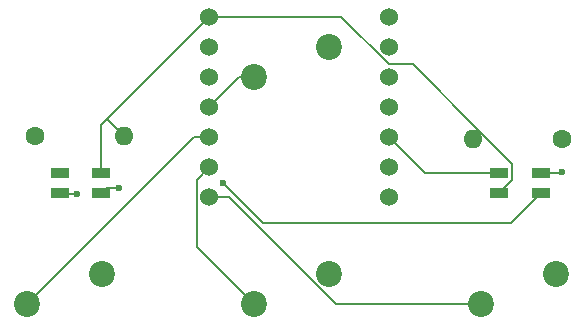
<source format=gbr>
%TF.GenerationSoftware,KiCad,Pcbnew,9.0.2*%
%TF.CreationDate,2025-06-30T20:41:04-04:00*%
%TF.ProjectId,Hackpad,4861636b-7061-4642-9e6b-696361645f70,rev?*%
%TF.SameCoordinates,Original*%
%TF.FileFunction,Copper,L1,Top*%
%TF.FilePolarity,Positive*%
%FSLAX46Y46*%
G04 Gerber Fmt 4.6, Leading zero omitted, Abs format (unit mm)*
G04 Created by KiCad (PCBNEW 9.0.2) date 2025-06-30 20:41:04*
%MOMM*%
%LPD*%
G01*
G04 APERTURE LIST*
%TA.AperFunction,SMDPad,CuDef*%
%ADD10R,1.600000X0.850000*%
%TD*%
%TA.AperFunction,ComponentPad*%
%ADD11C,1.600000*%
%TD*%
%TA.AperFunction,ComponentPad*%
%ADD12O,1.600000X1.600000*%
%TD*%
%TA.AperFunction,ComponentPad*%
%ADD13C,2.200000*%
%TD*%
%TA.AperFunction,ComponentPad*%
%ADD14C,1.524000*%
%TD*%
%TA.AperFunction,ViaPad*%
%ADD15C,0.600000*%
%TD*%
%TA.AperFunction,Conductor*%
%ADD16C,0.200000*%
%TD*%
G04 APERTURE END LIST*
D10*
%TO.P,D2,1,DOUT*%
%TO.N,Net-(D1-DIN)*%
X206385000Y-88070000D03*
%TO.P,D2,2,VSS*%
%TO.N,GND*%
X206385000Y-86320000D03*
%TO.P,D2,3,DIN*%
%TO.N,Net-(D2-DIN)*%
X202885000Y-86320000D03*
%TO.P,D2,4,VDD*%
%TO.N,+5V*%
X202885000Y-88070000D03*
%TD*%
D11*
%TO.P,C1,1*%
%TO.N,GND*%
X163600000Y-83250000D03*
D12*
%TO.P,C1,2*%
%TO.N,+5V*%
X171100000Y-83250000D03*
%TD*%
D13*
%TO.P,SW1,1,1*%
%TO.N,GND*%
X188475000Y-94935000D03*
%TO.P,SW1,2,2*%
%TO.N,Net-(U1-GPIO2{slash}SCK)*%
X182125000Y-97475000D03*
%TD*%
%TO.P,SW3,1,1*%
%TO.N,GND*%
X188470000Y-75695000D03*
%TO.P,SW3,2,2*%
%TO.N,Net-(U1-GPIO3{slash}MOSI)*%
X182120000Y-78235000D03*
%TD*%
D11*
%TO.P,C2,1*%
%TO.N,GND*%
X208150000Y-83500000D03*
D12*
%TO.P,C2,2*%
%TO.N,+5V*%
X200650000Y-83500000D03*
%TD*%
D10*
%TO.P,D1,1,DOUT*%
%TO.N,unconnected-(D1-DOUT-Pad1)*%
X165685000Y-86345000D03*
%TO.P,D1,2,VSS*%
%TO.N,GND*%
X165685000Y-88095000D03*
%TO.P,D1,3,DIN*%
%TO.N,Net-(D1-DIN)*%
X169185000Y-88095000D03*
%TO.P,D1,4,VDD*%
%TO.N,+5V*%
X169185000Y-86345000D03*
%TD*%
D13*
%TO.P,SW4,1,1*%
%TO.N,GND*%
X207700000Y-94935000D03*
%TO.P,SW4,2,2*%
%TO.N,Net-(U1-GPIO1{slash}RX)*%
X201350000Y-97475000D03*
%TD*%
%TO.P,SW2,1,1*%
%TO.N,GND*%
X169227500Y-94932500D03*
%TO.P,SW2,2,2*%
%TO.N,Net-(U1-GPIO4{slash}MISO)*%
X162877500Y-97472500D03*
%TD*%
D14*
%TO.P,U1,1,GPIO26/ADC0/A0*%
%TO.N,unconnected-(U1-GPIO26{slash}ADC0{slash}A0-Pad1)*%
X193550000Y-73155000D03*
%TO.P,U1,2,GPIO27/ADC1/A1*%
%TO.N,unconnected-(U1-GPIO27{slash}ADC1{slash}A1-Pad2)*%
X193550000Y-75695000D03*
%TO.P,U1,3,GPIO28/ADC2/A2*%
%TO.N,unconnected-(U1-GPIO28{slash}ADC2{slash}A2-Pad3)*%
X193550000Y-78235000D03*
%TO.P,U1,4,GPIO29/ADC3/A3*%
%TO.N,unconnected-(U1-GPIO29{slash}ADC3{slash}A3-Pad4)*%
X193550000Y-80775000D03*
%TO.P,U1,5,GPIO6/SDA*%
%TO.N,Net-(D2-DIN)*%
X193550000Y-83315000D03*
%TO.P,U1,6,GPIO7/SCL*%
%TO.N,unconnected-(U1-GPIO7{slash}SCL-Pad6)*%
X193550000Y-85855000D03*
%TO.P,U1,7,GPIO0/TX*%
%TO.N,unconnected-(U1-GPIO0{slash}TX-Pad7)*%
X193550000Y-88395000D03*
%TO.P,U1,8,GPIO1/RX*%
%TO.N,Net-(U1-GPIO1{slash}RX)*%
X178310000Y-88395000D03*
%TO.P,U1,9,GPIO2/SCK*%
%TO.N,Net-(U1-GPIO2{slash}SCK)*%
X178310000Y-85855000D03*
%TO.P,U1,10,GPIO4/MISO*%
%TO.N,Net-(U1-GPIO4{slash}MISO)*%
X178310000Y-83315000D03*
%TO.P,U1,11,GPIO3/MOSI*%
%TO.N,Net-(U1-GPIO3{slash}MOSI)*%
X178310000Y-80775000D03*
%TO.P,U1,12,3V3*%
%TO.N,unconnected-(U1-3V3-Pad12)*%
X178310000Y-78235000D03*
%TO.P,U1,13,GND*%
%TO.N,GND1*%
X178310000Y-75695000D03*
%TO.P,U1,14,VBUS*%
%TO.N,+5V*%
X178310000Y-73155000D03*
%TD*%
D15*
%TO.N,Net-(D1-DIN)*%
X179450000Y-87225000D03*
X170675000Y-87650000D03*
%TO.N,GND*%
X167100000Y-88175000D03*
X208150000Y-86250000D03*
%TD*%
D16*
%TO.N,Net-(D1-DIN)*%
X169630000Y-87650000D02*
X169185000Y-88095000D01*
X206385000Y-88070000D02*
X203855000Y-90600000D01*
X182825000Y-90600000D02*
X179450000Y-87225000D01*
X203855000Y-90600000D02*
X182825000Y-90600000D01*
X170675000Y-87650000D02*
X169630000Y-87650000D01*
%TO.N,GND*%
X165765000Y-88175000D02*
X165685000Y-88095000D01*
X208080000Y-86320000D02*
X208150000Y-86250000D01*
X206385000Y-86320000D02*
X208080000Y-86320000D01*
X167100000Y-88175000D02*
X165765000Y-88175000D01*
%TO.N,+5V*%
X193501690Y-77150000D02*
X189506690Y-73155000D01*
X203986000Y-86969000D02*
X203986000Y-85594000D01*
X200800000Y-83500000D02*
X201346000Y-82954000D01*
X200650000Y-83500000D02*
X200800000Y-83500000D01*
X189506690Y-73155000D02*
X178310000Y-73155000D01*
X169185000Y-86345000D02*
X169185000Y-82280000D01*
X195542000Y-77150000D02*
X193501690Y-77150000D01*
X203986000Y-85594000D02*
X201346000Y-82954000D01*
X171100000Y-83250000D02*
X169657500Y-81807500D01*
X169185000Y-82280000D02*
X169657500Y-81807500D01*
X169657500Y-81807500D02*
X178310000Y-73155000D01*
X201346000Y-82954000D02*
X195542000Y-77150000D01*
X202885000Y-88070000D02*
X203986000Y-86969000D01*
%TO.N,Net-(D2-DIN)*%
X202885000Y-86320000D02*
X196555000Y-86320000D01*
X196555000Y-86320000D02*
X193550000Y-83315000D01*
%TO.N,Net-(U1-GPIO2{slash}SCK)*%
X177247000Y-86918000D02*
X178310000Y-85855000D01*
X177247000Y-92597000D02*
X177247000Y-86918000D01*
X182125000Y-97475000D02*
X177247000Y-92597000D01*
%TO.N,Net-(U1-GPIO4{slash}MISO)*%
X177035000Y-83315000D02*
X178310000Y-83315000D01*
X162877500Y-97472500D02*
X177035000Y-83315000D01*
%TO.N,Net-(U1-GPIO3{slash}MOSI)*%
X180850000Y-78235000D02*
X178310000Y-80775000D01*
X182120000Y-78235000D02*
X180850000Y-78235000D01*
%TO.N,Net-(U1-GPIO1{slash}RX)*%
X201350000Y-97475000D02*
X189025000Y-97475000D01*
X189025000Y-97475000D02*
X179945000Y-88395000D01*
X179945000Y-88395000D02*
X178310000Y-88395000D01*
%TD*%
M02*

</source>
